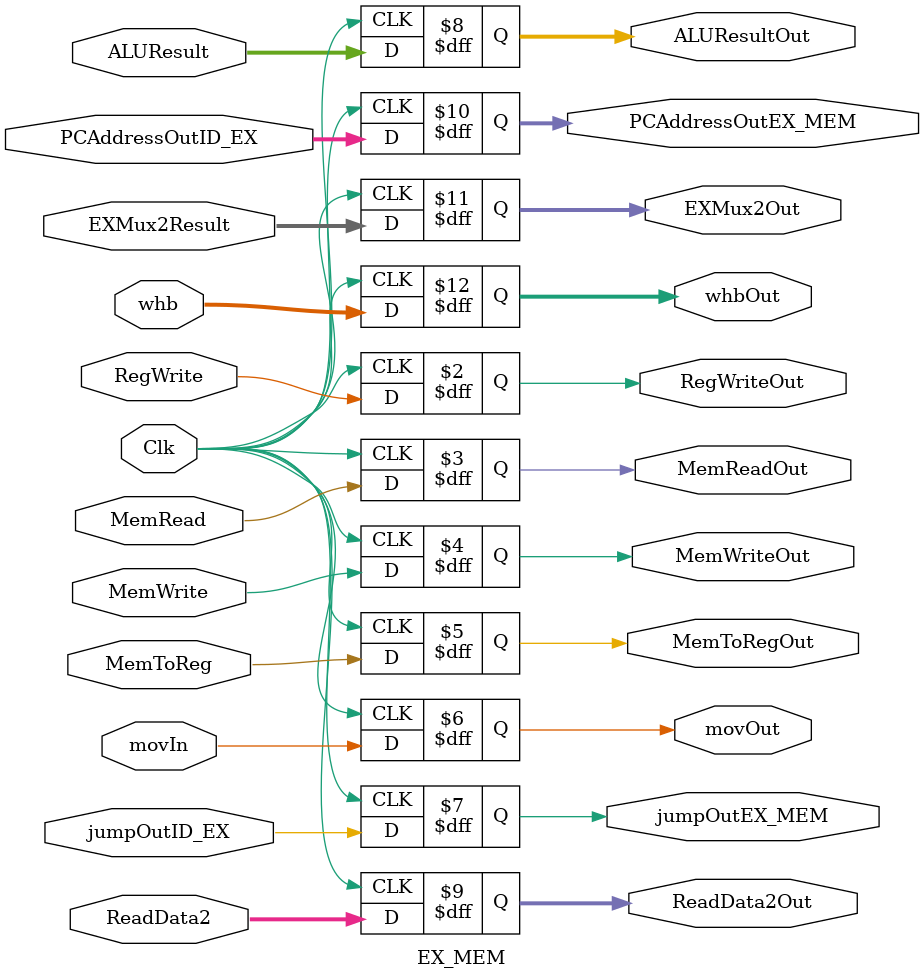
<source format=v>
`timescale 1ns / 1ps


module EX_MEM(Clk, RegWrite, MemRead, MemWrite, MemToReg, /*branch,*/ /*Adder1Result,*/ whb,
              /*Zero,*/ ALUResult, ReadData2, EXMux2Result,
              RegWriteOut, MemReadOut, MemWriteOut, MemToRegOut, /*branchOut,*/ /*Adder1Out,*/
              whbOut, /*ZeroOut,*/ ALUResultOut, ReadData2Out, EXMux2Out, movIn, movOut, /*jumpMuxin, jumpMuxOut,*/ jumpOutID_EX, jumpOutEX_MEM, 
              PCAddressOutID_EX, PCAddressOutEX_MEM);
              
    input RegWrite, MemRead, MemWrite, MemToReg, Clk, movIn, jumpOutID_EX;
    input [31:0] ALUResult, ReadData2, PCAddressOutID_EX;
    input [4:0] EXMux2Result;
    input [1:0] whb;
    
    output reg RegWriteOut, MemReadOut, MemWriteOut, MemToRegOut, movOut, jumpOutEX_MEM;
    output reg [31:0] ALUResultOut, ReadData2Out, PCAddressOutEX_MEM;
    output reg [4:0] EXMux2Out;
    output reg [1:0] whbOut;
    
    always@(posedge Clk) begin
        RegWriteOut  <= RegWrite;
        MemReadOut   <= MemRead;
        MemWriteOut  <= MemWrite;
        MemToRegOut  <= MemToReg;
//        branchOut    <= branch;
        whbOut       <= whb;
//        ZeroOut      <= Zero;
//        Adder1Out    <= Adder1Result;
        ALUResultOut <= ALUResult;
        ReadData2Out <= ReadData2;
        EXMux2Out    <= EXMux2Result;
        movOut       <= movIn;
//        jumpMuxOut   <= jumpMuxin;
        jumpOutEX_MEM <= jumpOutID_EX;
        PCAddressOutEX_MEM <= PCAddressOutID_EX;
    end
endmodule

</source>
